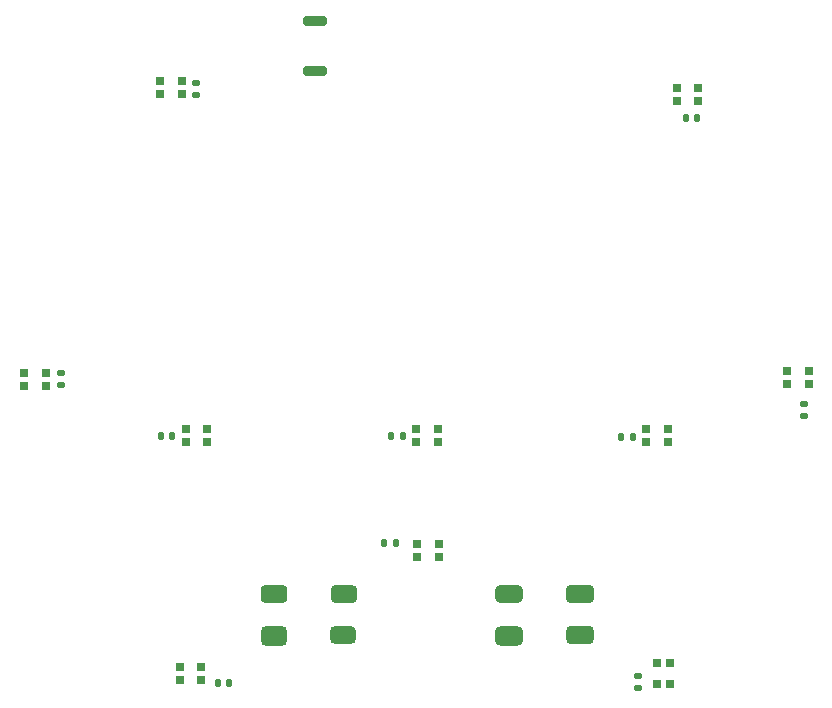
<source format=gbr>
%TF.GenerationSoftware,KiCad,Pcbnew,(7.0.0-0)*%
%TF.CreationDate,2023-03-14T22:07:24-05:00*%
%TF.ProjectId,RP2040_minimal,52503230-3430-45f6-9d69-6e696d616c2e,REV1*%
%TF.SameCoordinates,Original*%
%TF.FileFunction,Paste,Bot*%
%TF.FilePolarity,Positive*%
%FSLAX46Y46*%
G04 Gerber Fmt 4.6, Leading zero omitted, Abs format (unit mm)*
G04 Created by KiCad (PCBNEW (7.0.0-0)) date 2023-03-14 22:07:24*
%MOMM*%
%LPD*%
G01*
G04 APERTURE LIST*
G04 Aperture macros list*
%AMRoundRect*
0 Rectangle with rounded corners*
0 $1 Rounding radius*
0 $2 $3 $4 $5 $6 $7 $8 $9 X,Y pos of 4 corners*
0 Add a 4 corners polygon primitive as box body*
4,1,4,$2,$3,$4,$5,$6,$7,$8,$9,$2,$3,0*
0 Add four circle primitives for the rounded corners*
1,1,$1+$1,$2,$3*
1,1,$1+$1,$4,$5*
1,1,$1+$1,$6,$7*
1,1,$1+$1,$8,$9*
0 Add four rect primitives between the rounded corners*
20,1,$1+$1,$2,$3,$4,$5,0*
20,1,$1+$1,$4,$5,$6,$7,0*
20,1,$1+$1,$6,$7,$8,$9,0*
20,1,$1+$1,$8,$9,$2,$3,0*%
G04 Aperture macros list end*
%ADD10RoundRect,0.140000X-0.170000X0.140000X-0.170000X-0.140000X0.170000X-0.140000X0.170000X0.140000X0*%
%ADD11RoundRect,0.200000X0.800000X-0.200000X0.800000X0.200000X-0.800000X0.200000X-0.800000X-0.200000X0*%
%ADD12RoundRect,0.140000X0.140000X0.170000X-0.140000X0.170000X-0.140000X-0.170000X0.140000X-0.170000X0*%
%ADD13RoundRect,0.140000X0.170000X-0.140000X0.170000X0.140000X-0.170000X0.140000X-0.170000X-0.140000X0*%
%ADD14RoundRect,0.367500X0.762500X0.367500X-0.762500X0.367500X-0.762500X-0.367500X0.762500X-0.367500X0*%
%ADD15RoundRect,0.367500X0.775000X0.367500X-0.775000X0.367500X-0.775000X-0.367500X0.775000X-0.367500X0*%
%ADD16RoundRect,0.375000X0.707500X0.375000X-0.707500X0.375000X-0.707500X-0.375000X0.707500X-0.375000X0*%
%ADD17RoundRect,0.410000X0.702500X0.410000X-0.702500X0.410000X-0.702500X-0.410000X0.702500X-0.410000X0*%
%ADD18R,0.700000X0.700000*%
%ADD19RoundRect,0.140000X-0.140000X-0.170000X0.140000X-0.170000X0.140000X0.170000X-0.140000X0.170000X0*%
%ADD20RoundRect,0.370000X0.835000X0.370000X-0.835000X0.370000X-0.835000X-0.370000X0.835000X-0.370000X0*%
%ADD21RoundRect,0.375000X0.777500X0.375000X-0.777500X0.375000X-0.777500X-0.375000X0.777500X-0.375000X0*%
%ADD22RoundRect,0.390000X0.782500X0.390000X-0.782500X0.390000X-0.782500X-0.390000X0.782500X-0.390000X0*%
%ADD23RoundRect,0.405000X0.782500X0.405000X-0.782500X0.405000X-0.782500X-0.405000X0.782500X-0.405000X0*%
G04 APERTURE END LIST*
D10*
%TO.C,C26*%
X31960000Y-2200000D03*
X31960000Y-3160000D03*
%TD*%
D11*
%TO.C,SW1*%
X-9470000Y26030000D03*
X-9470000Y30230000D03*
%TD*%
D12*
%TO.C,C29*%
X-2040000Y-4900000D03*
X-3000000Y-4900000D03*
%TD*%
D13*
%TO.C,C25*%
X17856000Y-26210000D03*
X17856000Y-25250000D03*
%TD*%
D12*
%TO.C,C27*%
X22908000Y22022000D03*
X21948000Y22022000D03*
%TD*%
D14*
%TO.C,SW2*%
X-7020000Y-18265000D03*
D15*
X-12967500Y-18265000D03*
D16*
X-7092500Y-21750000D03*
D17*
X-12937500Y-21820000D03*
%TD*%
D18*
%TO.C,D2*%
X-34112999Y-625999D03*
X-34112999Y473999D03*
X-32282999Y473999D03*
X-32282999Y-625999D03*
%TD*%
D13*
%TO.C,C21*%
X-19557000Y24022000D03*
X-19557000Y24982000D03*
%TD*%
%TO.C,C22*%
X-30968000Y-556000D03*
X-30968000Y404000D03*
%TD*%
D18*
%TO.C,D10*%
X20414999Y-4299999D03*
X20414999Y-5399999D03*
X18584999Y-5399999D03*
X18584999Y-4299999D03*
%TD*%
%TO.C,D5*%
X19449999Y-24084999D03*
X20549999Y-24084999D03*
X20549999Y-25914999D03*
X19449999Y-25914999D03*
%TD*%
D19*
%TO.C,C23*%
X-17676000Y-25799000D03*
X-16716000Y-25799000D03*
%TD*%
D18*
%TO.C,D7*%
X21157999Y23461999D03*
X21157999Y24561999D03*
X22987999Y24561999D03*
X22987999Y23461999D03*
%TD*%
%TO.C,D3*%
X-20914999Y-25549999D03*
X-20914999Y-24449999D03*
X-19084999Y-24449999D03*
X-19084999Y-25549999D03*
%TD*%
%TO.C,D9*%
X914999Y-4299999D03*
X914999Y-5399999D03*
X-914999Y-5399999D03*
X-914999Y-4299999D03*
%TD*%
D20*
%TO.C,SW3*%
X12995000Y-18260000D03*
D21*
X6962500Y-18250000D03*
D22*
X12937500Y-21780000D03*
D23*
X6927500Y-21810000D03*
%TD*%
D18*
%TO.C,D1*%
X-22581999Y24081999D03*
X-22581999Y25181999D03*
X-20751999Y25181999D03*
X-20751999Y24081999D03*
%TD*%
%TO.C,D6*%
X30484999Y-449999D03*
X30484999Y649999D03*
X32314999Y649999D03*
X32314999Y-449999D03*
%TD*%
%TO.C,D8*%
X-18584999Y-4299999D03*
X-18584999Y-5399999D03*
X-20414999Y-5399999D03*
X-20414999Y-4299999D03*
%TD*%
D12*
%TO.C,C28*%
X-21542000Y-4902000D03*
X-22502000Y-4902000D03*
%TD*%
D18*
%TO.C,D4*%
X990999Y-14003999D03*
X990999Y-15103999D03*
X-838999Y-15103999D03*
X-838999Y-14003999D03*
%TD*%
D12*
%TO.C,C30*%
X17410000Y-4980000D03*
X16450000Y-4980000D03*
%TD*%
%TO.C,C24*%
X-2650000Y-13930000D03*
X-3610000Y-13930000D03*
%TD*%
M02*

</source>
